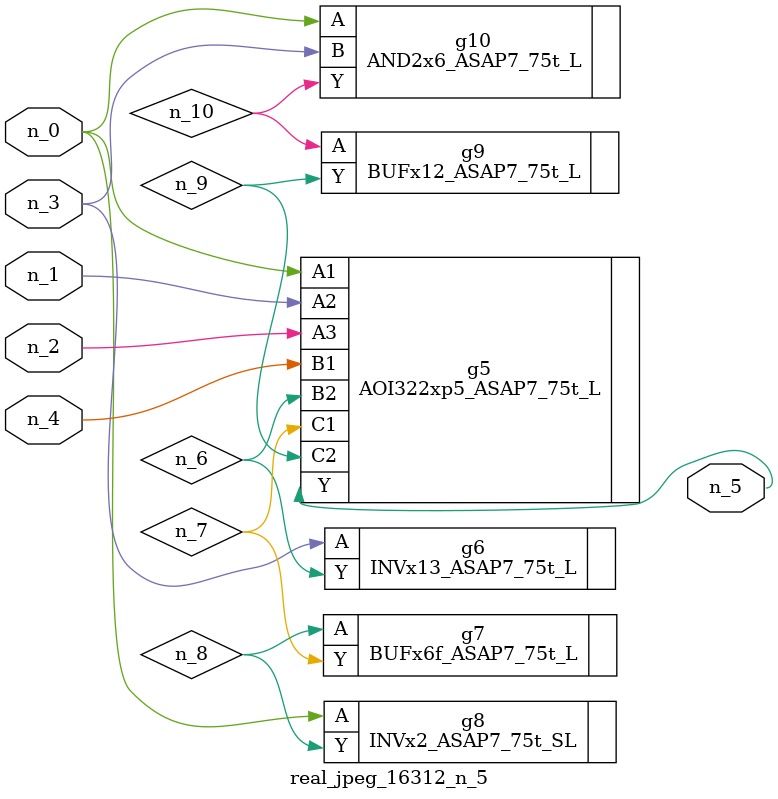
<source format=v>
module real_jpeg_16312_n_5 (n_4, n_0, n_1, n_2, n_3, n_5);

input n_4;
input n_0;
input n_1;
input n_2;
input n_3;

output n_5;

wire n_8;
wire n_6;
wire n_7;
wire n_10;
wire n_9;

AOI322xp5_ASAP7_75t_L g5 ( 
.A1(n_0),
.A2(n_1),
.A3(n_2),
.B1(n_4),
.B2(n_6),
.C1(n_7),
.C2(n_9),
.Y(n_5)
);

INVx2_ASAP7_75t_SL g8 ( 
.A(n_0),
.Y(n_8)
);

AND2x6_ASAP7_75t_L g10 ( 
.A(n_0),
.B(n_3),
.Y(n_10)
);

INVx13_ASAP7_75t_L g6 ( 
.A(n_3),
.Y(n_6)
);

BUFx6f_ASAP7_75t_L g7 ( 
.A(n_8),
.Y(n_7)
);

BUFx12_ASAP7_75t_L g9 ( 
.A(n_10),
.Y(n_9)
);


endmodule
</source>
